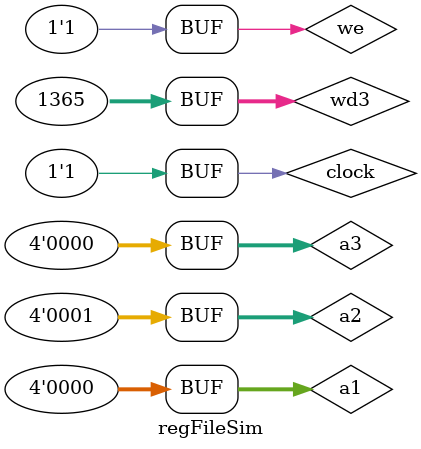
<source format=sv>
`timescale 1ns / 1ps


module regFileSim;
    reg [3:0] a1, a2, a3;
    reg [31:0] wd3;
    reg clock, we;
    wire [31:0] rd1, rd2;
    
    registerFile dut(a1, a2, a3, wd3, we, clock, rd1, rd2);
    
    initial begin
        clock = 0;
        a1 = 0; 
        a2 = 1;
        a3 = 0;
        we = 1;
        wd3 = 32'hffffffff;
        #5;
        clock = 1;
        wd3 = 32'h11111111;
        #5;
        wd3 = 32'h00000555;
    end
endmodule

</source>
